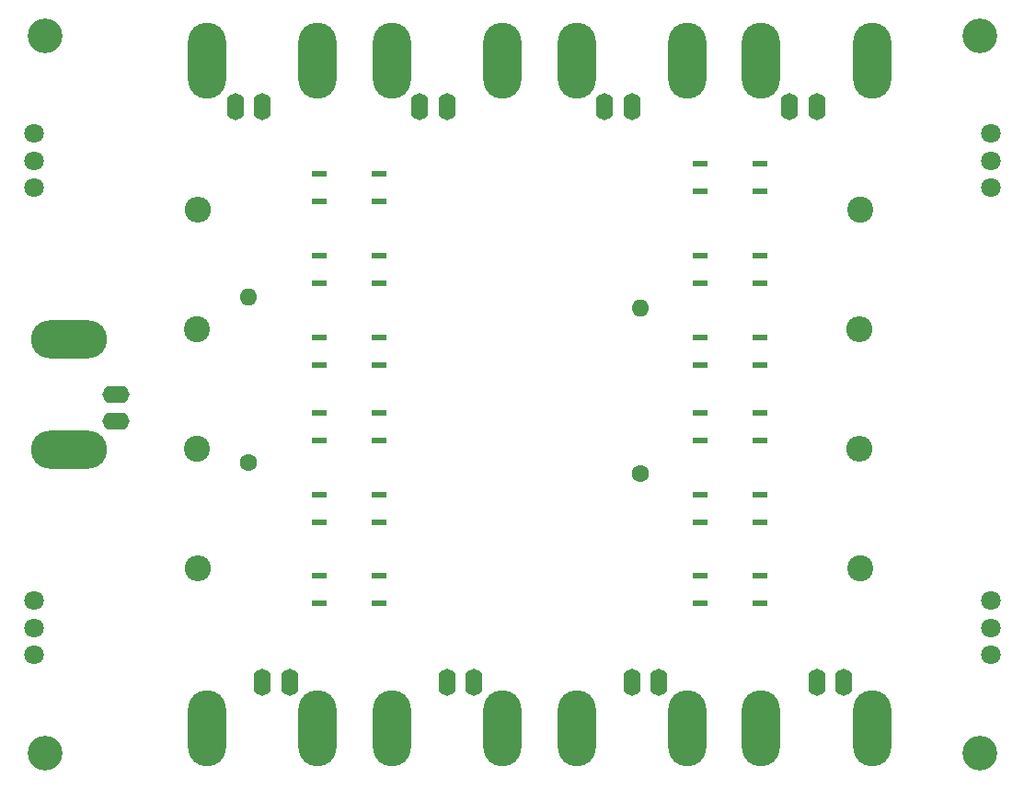
<source format=gbr>
G04 #@! TF.FileFunction,Soldermask,Top*
%FSLAX46Y46*%
G04 Gerber Fmt 4.6, Leading zero omitted, Abs format (unit mm)*
G04 Created by KiCad (PCBNEW 4.0.2-stable) date 30/01/2018 13:09:08*
%MOMM*%
G01*
G04 APERTURE LIST*
%ADD10C,0.100000*%
%ADD11C,2.400000*%
%ADD12O,2.400000X2.400000*%
%ADD13O,3.500120X7.000240*%
%ADD14O,1.600200X2.499360*%
%ADD15O,7.000240X3.500120*%
%ADD16O,2.499360X1.600200*%
%ADD17C,1.600000*%
%ADD18O,1.600000X1.600000*%
%ADD19R,1.450000X0.550000*%
%ADD20C,3.200000*%
%ADD21C,1.800000*%
G04 APERTURE END LIST*
D10*
D11*
X93000000Y-68000000D03*
D12*
X153960000Y-68000000D03*
D13*
X110902220Y-43236600D03*
X121100320Y-43236600D03*
D14*
X116000000Y-47501260D03*
X113500640Y-47501260D03*
D13*
X144902220Y-43236600D03*
X155100320Y-43236600D03*
D14*
X150000000Y-47501260D03*
X147500640Y-47501260D03*
D13*
X93902220Y-43236600D03*
X104100320Y-43236600D03*
D14*
X99000000Y-47501260D03*
X96500640Y-47501260D03*
D13*
X127902220Y-43236600D03*
X138100320Y-43236600D03*
D14*
X133000000Y-47501260D03*
X130500640Y-47501260D03*
D15*
X81236600Y-79097780D03*
X81236600Y-68899680D03*
D16*
X85501260Y-74000000D03*
X85501260Y-76499360D03*
D13*
X138097780Y-104763400D03*
X127899680Y-104763400D03*
D14*
X133000000Y-100498740D03*
X135499360Y-100498740D03*
D13*
X104097780Y-104763400D03*
X93899680Y-104763400D03*
D14*
X99000000Y-100498740D03*
X101499360Y-100498740D03*
D13*
X155097780Y-104763400D03*
X144899680Y-104763400D03*
D14*
X150000000Y-100498740D03*
X152499360Y-100498740D03*
D13*
X121097780Y-104763400D03*
X110899680Y-104763400D03*
D14*
X116000000Y-100498740D03*
X118499360Y-100498740D03*
D11*
X154000000Y-57000000D03*
D12*
X93040000Y-57000000D03*
D17*
X133750000Y-81250000D03*
D18*
X133750000Y-66010000D03*
D11*
X93000000Y-79000000D03*
D12*
X153960000Y-79000000D03*
D11*
X154000000Y-90000000D03*
D12*
X93040000Y-90000000D03*
D19*
X104250000Y-68730000D03*
X104250000Y-71270000D03*
X109750000Y-71270000D03*
X109750000Y-68730000D03*
X104250000Y-61230000D03*
X104250000Y-63770000D03*
X109750000Y-63770000D03*
X109750000Y-61230000D03*
X104250000Y-53730000D03*
X104250000Y-56270000D03*
X109750000Y-56270000D03*
X109750000Y-53730000D03*
X139250000Y-68730000D03*
X139250000Y-71270000D03*
X144750000Y-71270000D03*
X144750000Y-68730000D03*
X139250000Y-61230000D03*
X139250000Y-63770000D03*
X144750000Y-63770000D03*
X144750000Y-61230000D03*
X139250000Y-52730000D03*
X139250000Y-55270000D03*
X144750000Y-55270000D03*
X144750000Y-52730000D03*
X139250000Y-75730000D03*
X139250000Y-78270000D03*
X144750000Y-78270000D03*
X144750000Y-75730000D03*
X139250000Y-90730000D03*
X139250000Y-93270000D03*
X144750000Y-93270000D03*
X144750000Y-90730000D03*
X139250000Y-83230000D03*
X139250000Y-85770000D03*
X144750000Y-85770000D03*
X144750000Y-83230000D03*
X104250000Y-83230000D03*
X104250000Y-85770000D03*
X109750000Y-85770000D03*
X109750000Y-83230000D03*
X104250000Y-75730000D03*
X104250000Y-78270000D03*
X109750000Y-78270000D03*
X109750000Y-75730000D03*
X104250000Y-90730000D03*
X104250000Y-93270000D03*
X109750000Y-93270000D03*
X109750000Y-90730000D03*
D20*
X79000000Y-41000000D03*
X165000000Y-41000000D03*
X165000000Y-107000000D03*
D17*
X97750000Y-80250000D03*
D18*
X97750000Y-65010000D03*
D21*
X166000000Y-50000000D03*
X166000000Y-52500000D03*
X166000000Y-55000000D03*
X78000000Y-55000000D03*
X78000000Y-52500000D03*
X78000000Y-50000000D03*
X166000000Y-93000000D03*
X166000000Y-95500000D03*
X166000000Y-98000000D03*
X78000000Y-98000000D03*
X78000000Y-95500000D03*
X78000000Y-93000000D03*
D20*
X79000000Y-107000000D03*
M02*

</source>
